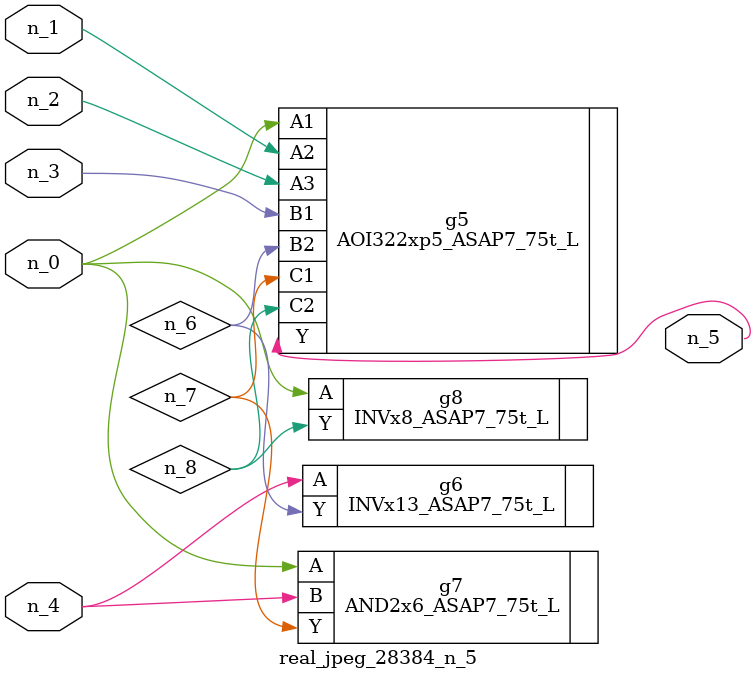
<source format=v>
module real_jpeg_28384_n_5 (n_4, n_0, n_1, n_2, n_3, n_5);

input n_4;
input n_0;
input n_1;
input n_2;
input n_3;

output n_5;

wire n_8;
wire n_6;
wire n_7;

AOI322xp5_ASAP7_75t_L g5 ( 
.A1(n_0),
.A2(n_1),
.A3(n_2),
.B1(n_3),
.B2(n_6),
.C1(n_7),
.C2(n_8),
.Y(n_5)
);

AND2x6_ASAP7_75t_L g7 ( 
.A(n_0),
.B(n_4),
.Y(n_7)
);

INVx8_ASAP7_75t_L g8 ( 
.A(n_0),
.Y(n_8)
);

INVx13_ASAP7_75t_L g6 ( 
.A(n_4),
.Y(n_6)
);


endmodule
</source>
